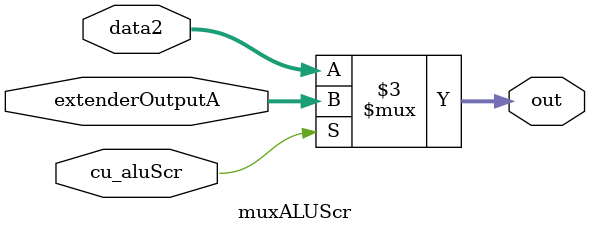
<source format=v>
module muxALUScr (data2, extenderOutputA, out, cu_aluScr);
  input cu_aluScr;
  input [31:0] data2;
  input [31:0] extenderOutputA;

  output reg [31:0] out;

  always @ ( * ) begin
    if(cu_aluScr)
      out = extenderOutputA;
    else
      out = data2;
  end
endmodule // muxALUScr

</source>
